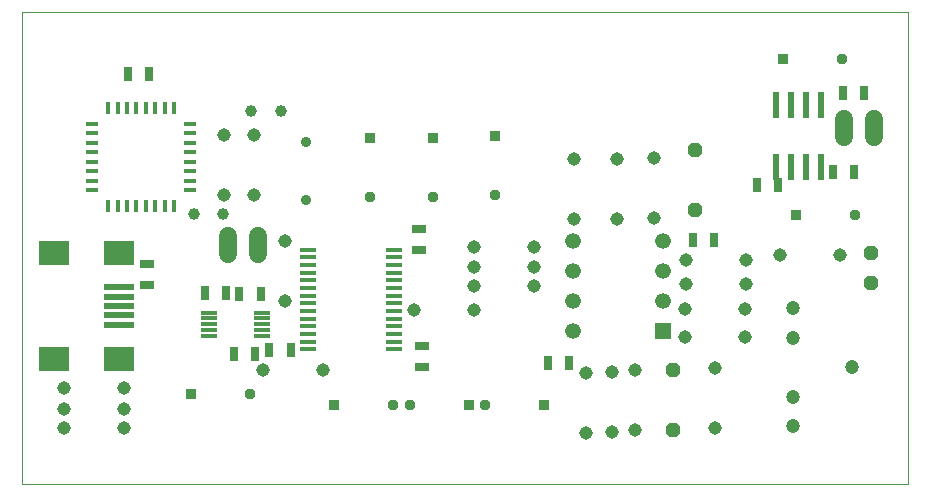
<source format=gbs>
G75*
%MOIN*%
%OFA0B0*%
%FSLAX25Y25*%
%IPPOS*%
%LPD*%
%AMOC8*
5,1,8,0,0,1.08239X$1,22.5*
%
%ADD10C,0.00039*%
%ADD11R,0.03150X0.04724*%
%ADD12C,0.03740*%
%ADD13R,0.03740X0.03740*%
%ADD14R,0.04724X0.03150*%
%ADD15C,0.03937*%
%ADD16OC8,0.04800*%
%ADD17R,0.09843X0.01969*%
%ADD18R,0.09843X0.07874*%
%ADD19R,0.05250X0.05250*%
%ADD20C,0.05250*%
%ADD21C,0.04500*%
%ADD22R,0.05709X0.01181*%
%ADD23R,0.02400X0.08700*%
%ADD24R,0.05500X0.01370*%
%ADD25R,0.01772X0.03937*%
%ADD26R,0.03937X0.01772*%
%ADD27C,0.03500*%
%ADD28C,0.04724*%
%ADD29C,0.06000*%
D10*
X0030978Y0001256D02*
X0030978Y0158736D01*
X0326339Y0158736D01*
X0326339Y0001256D01*
X0030978Y0001256D01*
D11*
X0101419Y0044780D03*
X0108505Y0044780D03*
X0113379Y0045909D03*
X0120466Y0045909D03*
X0110485Y0064740D03*
X0103399Y0064740D03*
X0099060Y0064969D03*
X0091974Y0064969D03*
X0206312Y0041528D03*
X0213399Y0041528D03*
X0254525Y0082559D03*
X0261611Y0082559D03*
X0275851Y0100801D03*
X0282937Y0100801D03*
X0301264Y0105187D03*
X0308351Y0105187D03*
X0311638Y0131687D03*
X0304552Y0131687D03*
X0073167Y0137831D03*
X0066080Y0137831D03*
D12*
X0146812Y0096902D03*
X0167796Y0096917D03*
X0188694Y0097496D03*
X0304241Y0142958D03*
X0308670Y0090962D03*
X0185277Y0027756D03*
X0160186Y0027587D03*
X0154655Y0027528D03*
X0106981Y0031354D03*
D13*
X0087296Y0031354D03*
X0134970Y0027528D03*
X0179871Y0027587D03*
X0204962Y0027756D03*
X0288985Y0090962D03*
X0284556Y0142958D03*
X0188694Y0117181D03*
X0167796Y0116602D03*
X0146812Y0116587D03*
D14*
X0163123Y0086335D03*
X0163123Y0079248D03*
X0164107Y0047240D03*
X0164107Y0040154D03*
X0072588Y0067662D03*
X0072588Y0074749D03*
D15*
X0088139Y0091213D03*
X0097981Y0091213D03*
X0107332Y0125760D03*
X0117174Y0125760D03*
D16*
X0255194Y0112555D03*
X0255194Y0092555D03*
X0313828Y0078311D03*
X0313828Y0068311D03*
X0247800Y0039398D03*
X0247800Y0019398D03*
D17*
X0063375Y0054331D03*
X0063375Y0057480D03*
X0063375Y0060630D03*
X0063375Y0063780D03*
X0063375Y0066929D03*
D18*
X0063375Y0078346D03*
X0041722Y0078346D03*
X0041722Y0042913D03*
X0063375Y0042913D03*
D19*
X0244627Y0052280D03*
D20*
X0244627Y0062280D03*
X0244627Y0072280D03*
X0244627Y0082280D03*
X0214627Y0082280D03*
X0214627Y0072280D03*
X0214627Y0062280D03*
X0214627Y0052280D03*
D21*
X0218828Y0038366D03*
X0227730Y0038780D03*
X0235147Y0039366D03*
X0252056Y0050350D03*
X0252056Y0059598D03*
X0252367Y0068087D03*
X0252367Y0076083D03*
X0272367Y0076083D03*
X0283619Y0077720D03*
X0272367Y0068087D03*
X0272056Y0059598D03*
X0272056Y0050350D03*
X0262060Y0039937D03*
X0262060Y0019937D03*
X0235147Y0019366D03*
X0227730Y0018780D03*
X0218828Y0018366D03*
X0181686Y0059268D03*
X0181596Y0067169D03*
X0181580Y0073732D03*
X0181580Y0080248D03*
X0201580Y0080248D03*
X0201580Y0073732D03*
X0201596Y0067169D03*
X0214899Y0089697D03*
X0229107Y0089626D03*
X0241422Y0090114D03*
X0241422Y0110114D03*
X0229107Y0109626D03*
X0214899Y0109697D03*
X0303619Y0077720D03*
X0161686Y0059268D03*
X0131155Y0039260D03*
X0111155Y0039260D03*
X0118615Y0062331D03*
X0118615Y0082331D03*
X0108123Y0097791D03*
X0098123Y0097791D03*
X0098123Y0117791D03*
X0108123Y0117791D03*
X0064745Y0033435D03*
X0064745Y0026171D03*
X0064745Y0019891D03*
X0044745Y0019891D03*
X0044745Y0026171D03*
X0044745Y0033435D03*
D22*
X0093202Y0050567D03*
X0093202Y0052535D03*
X0093202Y0054504D03*
X0093202Y0056472D03*
X0093202Y0058441D03*
X0110919Y0058441D03*
X0110919Y0056472D03*
X0110919Y0054504D03*
X0110919Y0052535D03*
X0110919Y0050567D03*
D23*
X0282327Y0106918D03*
X0287327Y0106918D03*
X0292327Y0106918D03*
X0297327Y0106918D03*
X0297327Y0127518D03*
X0292327Y0127518D03*
X0287327Y0127518D03*
X0282327Y0127518D03*
D24*
X0155017Y0079425D03*
X0155017Y0076866D03*
X0155017Y0074307D03*
X0155017Y0071748D03*
X0155017Y0069189D03*
X0155017Y0066630D03*
X0155017Y0064071D03*
X0155017Y0061512D03*
X0155017Y0058953D03*
X0155017Y0056394D03*
X0155017Y0053835D03*
X0155017Y0051276D03*
X0155017Y0048717D03*
X0155017Y0046157D03*
X0126230Y0046157D03*
X0126230Y0048717D03*
X0126230Y0051276D03*
X0126230Y0053835D03*
X0126230Y0056394D03*
X0126230Y0058953D03*
X0126230Y0061512D03*
X0126230Y0064071D03*
X0126230Y0066630D03*
X0126230Y0069189D03*
X0126230Y0071748D03*
X0126230Y0074307D03*
X0126230Y0076866D03*
X0126230Y0079425D03*
D25*
X0081647Y0093953D03*
X0078497Y0093953D03*
X0075348Y0093953D03*
X0072198Y0093953D03*
X0069048Y0093953D03*
X0065899Y0093953D03*
X0062749Y0093953D03*
X0059600Y0093953D03*
X0059600Y0126630D03*
X0062749Y0126630D03*
X0065899Y0126630D03*
X0069048Y0126630D03*
X0072198Y0126630D03*
X0075348Y0126630D03*
X0078497Y0126630D03*
X0081647Y0126630D03*
D26*
X0086962Y0121315D03*
X0086962Y0118165D03*
X0086962Y0115016D03*
X0086962Y0111866D03*
X0086962Y0108717D03*
X0086962Y0105567D03*
X0086962Y0102417D03*
X0086962Y0099268D03*
X0054285Y0099268D03*
X0054285Y0102417D03*
X0054285Y0105567D03*
X0054285Y0108717D03*
X0054285Y0111866D03*
X0054285Y0115016D03*
X0054285Y0118165D03*
X0054285Y0121315D03*
D27*
X0125623Y0115291D03*
X0125623Y0096091D03*
D28*
X0288009Y0059862D03*
X0288009Y0050020D03*
X0307694Y0040177D03*
X0288009Y0030335D03*
X0288009Y0020492D03*
D29*
X0304906Y0116994D02*
X0304906Y0122994D01*
X0314906Y0122994D02*
X0314906Y0116994D01*
X0109481Y0083980D02*
X0109481Y0077980D01*
X0099481Y0077980D02*
X0099481Y0083980D01*
M02*

</source>
